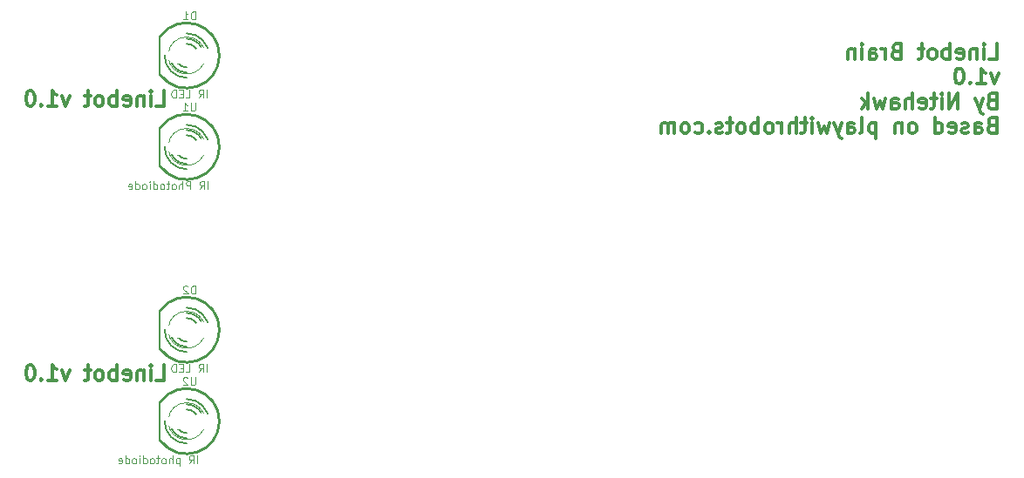
<source format=gbo>
G04 (created by PCBNEW (2013-07-07 BZR 4022)-stable) date 1/3/2014 7:24:35 AM*
%MOIN*%
G04 Gerber Fmt 3.4, Leading zero omitted, Abs format*
%FSLAX34Y34*%
G01*
G70*
G90*
G04 APERTURE LIST*
%ADD10C,0.00590551*%
%ADD11C,0.011811*%
%ADD12C,0.008*%
%ADD13C,0.003*%
%ADD14C,0.01*%
%ADD15C,0.006*%
%ADD16C,0.0035*%
%ADD17R,0.07X0.07*%
%ADD18C,0.07*%
%ADD19R,0.35X0.35*%
%ADD20C,0.055*%
%ADD21C,0.0882*%
%ADD22R,0.0882X0.0882*%
%ADD23C,0.066*%
%ADD24R,0.06X0.06*%
%ADD25C,0.06*%
G04 APERTURE END LIST*
G54D10*
G54D11*
X11234Y-22439D02*
X11515Y-22439D01*
X11515Y-21848D01*
X11037Y-22439D02*
X11037Y-22045D01*
X11037Y-21848D02*
X11065Y-21876D01*
X11037Y-21904D01*
X11009Y-21876D01*
X11037Y-21848D01*
X11037Y-21904D01*
X10756Y-22045D02*
X10756Y-22439D01*
X10756Y-22101D02*
X10727Y-22073D01*
X10671Y-22045D01*
X10587Y-22045D01*
X10531Y-22073D01*
X10502Y-22129D01*
X10502Y-22439D01*
X9996Y-22410D02*
X10052Y-22439D01*
X10165Y-22439D01*
X10221Y-22410D01*
X10249Y-22354D01*
X10249Y-22129D01*
X10221Y-22073D01*
X10165Y-22045D01*
X10052Y-22045D01*
X9996Y-22073D01*
X9968Y-22129D01*
X9968Y-22185D01*
X10249Y-22242D01*
X9715Y-22439D02*
X9715Y-21848D01*
X9715Y-22073D02*
X9659Y-22045D01*
X9546Y-22045D01*
X9490Y-22073D01*
X9462Y-22101D01*
X9434Y-22157D01*
X9434Y-22326D01*
X9462Y-22382D01*
X9490Y-22410D01*
X9546Y-22439D01*
X9659Y-22439D01*
X9715Y-22410D01*
X9096Y-22439D02*
X9153Y-22410D01*
X9181Y-22382D01*
X9209Y-22326D01*
X9209Y-22157D01*
X9181Y-22101D01*
X9153Y-22073D01*
X9096Y-22045D01*
X9012Y-22045D01*
X8956Y-22073D01*
X8928Y-22101D01*
X8899Y-22157D01*
X8899Y-22326D01*
X8928Y-22382D01*
X8956Y-22410D01*
X9012Y-22439D01*
X9096Y-22439D01*
X8731Y-22045D02*
X8506Y-22045D01*
X8646Y-21848D02*
X8646Y-22354D01*
X8618Y-22410D01*
X8562Y-22439D01*
X8506Y-22439D01*
X7915Y-22045D02*
X7775Y-22439D01*
X7634Y-22045D01*
X7100Y-22439D02*
X7437Y-22439D01*
X7268Y-22439D02*
X7268Y-21848D01*
X7325Y-21932D01*
X7381Y-21989D01*
X7437Y-22017D01*
X6847Y-22382D02*
X6819Y-22410D01*
X6847Y-22439D01*
X6875Y-22410D01*
X6847Y-22382D01*
X6847Y-22439D01*
X6453Y-21848D02*
X6397Y-21848D01*
X6340Y-21876D01*
X6312Y-21904D01*
X6284Y-21960D01*
X6256Y-22073D01*
X6256Y-22214D01*
X6284Y-22326D01*
X6312Y-22382D01*
X6340Y-22410D01*
X6397Y-22439D01*
X6453Y-22439D01*
X6509Y-22410D01*
X6537Y-22382D01*
X6565Y-22326D01*
X6594Y-22214D01*
X6594Y-22073D01*
X6565Y-21960D01*
X6537Y-21904D01*
X6509Y-21876D01*
X6453Y-21848D01*
X11234Y-11939D02*
X11515Y-11939D01*
X11515Y-11348D01*
X11037Y-11939D02*
X11037Y-11545D01*
X11037Y-11348D02*
X11065Y-11376D01*
X11037Y-11404D01*
X11009Y-11376D01*
X11037Y-11348D01*
X11037Y-11404D01*
X10756Y-11545D02*
X10756Y-11939D01*
X10756Y-11601D02*
X10727Y-11573D01*
X10671Y-11545D01*
X10587Y-11545D01*
X10531Y-11573D01*
X10502Y-11629D01*
X10502Y-11939D01*
X9996Y-11910D02*
X10052Y-11939D01*
X10165Y-11939D01*
X10221Y-11910D01*
X10249Y-11854D01*
X10249Y-11629D01*
X10221Y-11573D01*
X10165Y-11545D01*
X10052Y-11545D01*
X9996Y-11573D01*
X9968Y-11629D01*
X9968Y-11685D01*
X10249Y-11742D01*
X9715Y-11939D02*
X9715Y-11348D01*
X9715Y-11573D02*
X9659Y-11545D01*
X9546Y-11545D01*
X9490Y-11573D01*
X9462Y-11601D01*
X9434Y-11657D01*
X9434Y-11826D01*
X9462Y-11882D01*
X9490Y-11910D01*
X9546Y-11939D01*
X9659Y-11939D01*
X9715Y-11910D01*
X9096Y-11939D02*
X9153Y-11910D01*
X9181Y-11882D01*
X9209Y-11826D01*
X9209Y-11657D01*
X9181Y-11601D01*
X9153Y-11573D01*
X9096Y-11545D01*
X9012Y-11545D01*
X8956Y-11573D01*
X8928Y-11601D01*
X8899Y-11657D01*
X8899Y-11826D01*
X8928Y-11882D01*
X8956Y-11910D01*
X9012Y-11939D01*
X9096Y-11939D01*
X8731Y-11545D02*
X8506Y-11545D01*
X8646Y-11348D02*
X8646Y-11854D01*
X8618Y-11910D01*
X8562Y-11939D01*
X8506Y-11939D01*
X7915Y-11545D02*
X7775Y-11939D01*
X7634Y-11545D01*
X7100Y-11939D02*
X7437Y-11939D01*
X7268Y-11939D02*
X7268Y-11348D01*
X7325Y-11432D01*
X7381Y-11489D01*
X7437Y-11517D01*
X6847Y-11882D02*
X6819Y-11910D01*
X6847Y-11939D01*
X6875Y-11910D01*
X6847Y-11882D01*
X6847Y-11939D01*
X6453Y-11348D02*
X6397Y-11348D01*
X6340Y-11376D01*
X6312Y-11404D01*
X6284Y-11460D01*
X6256Y-11573D01*
X6256Y-11714D01*
X6284Y-11826D01*
X6312Y-11882D01*
X6340Y-11910D01*
X6397Y-11939D01*
X6453Y-11939D01*
X6509Y-11910D01*
X6537Y-11882D01*
X6565Y-11826D01*
X6594Y-11714D01*
X6594Y-11573D01*
X6565Y-11460D01*
X6537Y-11404D01*
X6509Y-11376D01*
X6453Y-11348D01*
X43078Y-10139D02*
X43359Y-10139D01*
X43359Y-9548D01*
X42881Y-10139D02*
X42881Y-9745D01*
X42881Y-9548D02*
X42909Y-9576D01*
X42881Y-9604D01*
X42853Y-9576D01*
X42881Y-9548D01*
X42881Y-9604D01*
X42600Y-9745D02*
X42600Y-10139D01*
X42600Y-9801D02*
X42571Y-9773D01*
X42515Y-9745D01*
X42431Y-9745D01*
X42375Y-9773D01*
X42347Y-9829D01*
X42347Y-10139D01*
X41840Y-10110D02*
X41897Y-10139D01*
X42009Y-10139D01*
X42065Y-10110D01*
X42093Y-10054D01*
X42093Y-9829D01*
X42065Y-9773D01*
X42009Y-9745D01*
X41897Y-9745D01*
X41840Y-9773D01*
X41812Y-9829D01*
X41812Y-9885D01*
X42093Y-9942D01*
X41559Y-10139D02*
X41559Y-9548D01*
X41559Y-9773D02*
X41503Y-9745D01*
X41390Y-9745D01*
X41334Y-9773D01*
X41306Y-9801D01*
X41278Y-9857D01*
X41278Y-10026D01*
X41306Y-10082D01*
X41334Y-10110D01*
X41390Y-10139D01*
X41503Y-10139D01*
X41559Y-10110D01*
X40940Y-10139D02*
X40997Y-10110D01*
X41025Y-10082D01*
X41053Y-10026D01*
X41053Y-9857D01*
X41025Y-9801D01*
X40997Y-9773D01*
X40940Y-9745D01*
X40856Y-9745D01*
X40800Y-9773D01*
X40772Y-9801D01*
X40744Y-9857D01*
X40744Y-10026D01*
X40772Y-10082D01*
X40800Y-10110D01*
X40856Y-10139D01*
X40940Y-10139D01*
X40575Y-9745D02*
X40350Y-9745D01*
X40491Y-9548D02*
X40491Y-10054D01*
X40462Y-10110D01*
X40406Y-10139D01*
X40350Y-10139D01*
X39506Y-9829D02*
X39422Y-9857D01*
X39394Y-9885D01*
X39366Y-9942D01*
X39366Y-10026D01*
X39394Y-10082D01*
X39422Y-10110D01*
X39478Y-10139D01*
X39703Y-10139D01*
X39703Y-9548D01*
X39506Y-9548D01*
X39450Y-9576D01*
X39422Y-9604D01*
X39394Y-9660D01*
X39394Y-9717D01*
X39422Y-9773D01*
X39450Y-9801D01*
X39506Y-9829D01*
X39703Y-9829D01*
X39113Y-10139D02*
X39113Y-9745D01*
X39113Y-9857D02*
X39084Y-9801D01*
X39056Y-9773D01*
X39000Y-9745D01*
X38944Y-9745D01*
X38494Y-10139D02*
X38494Y-9829D01*
X38522Y-9773D01*
X38578Y-9745D01*
X38691Y-9745D01*
X38747Y-9773D01*
X38494Y-10110D02*
X38550Y-10139D01*
X38691Y-10139D01*
X38747Y-10110D01*
X38775Y-10054D01*
X38775Y-9998D01*
X38747Y-9942D01*
X38691Y-9914D01*
X38550Y-9914D01*
X38494Y-9885D01*
X38213Y-10139D02*
X38213Y-9745D01*
X38213Y-9548D02*
X38241Y-9576D01*
X38213Y-9604D01*
X38185Y-9576D01*
X38213Y-9548D01*
X38213Y-9604D01*
X37931Y-9745D02*
X37931Y-10139D01*
X37931Y-9801D02*
X37903Y-9773D01*
X37847Y-9745D01*
X37763Y-9745D01*
X37706Y-9773D01*
X37678Y-9829D01*
X37678Y-10139D01*
X43415Y-10690D02*
X43275Y-11083D01*
X43134Y-10690D01*
X42600Y-11083D02*
X42937Y-11083D01*
X42768Y-11083D02*
X42768Y-10493D01*
X42825Y-10577D01*
X42881Y-10633D01*
X42937Y-10662D01*
X42347Y-11027D02*
X42318Y-11055D01*
X42347Y-11083D01*
X42375Y-11055D01*
X42347Y-11027D01*
X42347Y-11083D01*
X41953Y-10493D02*
X41897Y-10493D01*
X41840Y-10521D01*
X41812Y-10549D01*
X41784Y-10605D01*
X41756Y-10718D01*
X41756Y-10858D01*
X41784Y-10971D01*
X41812Y-11027D01*
X41840Y-11055D01*
X41897Y-11083D01*
X41953Y-11083D01*
X42009Y-11055D01*
X42037Y-11027D01*
X42065Y-10971D01*
X42093Y-10858D01*
X42093Y-10718D01*
X42065Y-10605D01*
X42037Y-10549D01*
X42009Y-10521D01*
X41953Y-10493D01*
X43162Y-11719D02*
X43078Y-11747D01*
X43050Y-11775D01*
X43021Y-11831D01*
X43021Y-11916D01*
X43050Y-11972D01*
X43078Y-12000D01*
X43134Y-12028D01*
X43359Y-12028D01*
X43359Y-11438D01*
X43162Y-11438D01*
X43106Y-11466D01*
X43078Y-11494D01*
X43050Y-11550D01*
X43050Y-11606D01*
X43078Y-11663D01*
X43106Y-11691D01*
X43162Y-11719D01*
X43359Y-11719D01*
X42825Y-11635D02*
X42684Y-12028D01*
X42543Y-11635D02*
X42684Y-12028D01*
X42740Y-12169D01*
X42768Y-12197D01*
X42825Y-12225D01*
X41868Y-12028D02*
X41868Y-11438D01*
X41531Y-12028D01*
X41531Y-11438D01*
X41250Y-12028D02*
X41250Y-11635D01*
X41250Y-11438D02*
X41278Y-11466D01*
X41250Y-11494D01*
X41222Y-11466D01*
X41250Y-11438D01*
X41250Y-11494D01*
X41053Y-11635D02*
X40828Y-11635D01*
X40969Y-11438D02*
X40969Y-11944D01*
X40940Y-12000D01*
X40884Y-12028D01*
X40828Y-12028D01*
X40406Y-12000D02*
X40462Y-12028D01*
X40575Y-12028D01*
X40631Y-12000D01*
X40659Y-11944D01*
X40659Y-11719D01*
X40631Y-11663D01*
X40575Y-11635D01*
X40462Y-11635D01*
X40406Y-11663D01*
X40378Y-11719D01*
X40378Y-11775D01*
X40659Y-11831D01*
X40125Y-12028D02*
X40125Y-11438D01*
X39872Y-12028D02*
X39872Y-11719D01*
X39900Y-11663D01*
X39956Y-11635D01*
X40041Y-11635D01*
X40097Y-11663D01*
X40125Y-11691D01*
X39338Y-12028D02*
X39338Y-11719D01*
X39366Y-11663D01*
X39422Y-11635D01*
X39534Y-11635D01*
X39591Y-11663D01*
X39338Y-12000D02*
X39394Y-12028D01*
X39534Y-12028D01*
X39591Y-12000D01*
X39619Y-11944D01*
X39619Y-11888D01*
X39591Y-11831D01*
X39534Y-11803D01*
X39394Y-11803D01*
X39338Y-11775D01*
X39113Y-11635D02*
X39000Y-12028D01*
X38888Y-11747D01*
X38775Y-12028D01*
X38663Y-11635D01*
X38438Y-12028D02*
X38438Y-11438D01*
X38381Y-11803D02*
X38213Y-12028D01*
X38213Y-11635D02*
X38438Y-11860D01*
X43162Y-12664D02*
X43078Y-12692D01*
X43050Y-12720D01*
X43021Y-12776D01*
X43021Y-12861D01*
X43050Y-12917D01*
X43078Y-12945D01*
X43134Y-12973D01*
X43359Y-12973D01*
X43359Y-12383D01*
X43162Y-12383D01*
X43106Y-12411D01*
X43078Y-12439D01*
X43050Y-12495D01*
X43050Y-12551D01*
X43078Y-12608D01*
X43106Y-12636D01*
X43162Y-12664D01*
X43359Y-12664D01*
X42515Y-12973D02*
X42515Y-12664D01*
X42543Y-12608D01*
X42600Y-12579D01*
X42712Y-12579D01*
X42768Y-12608D01*
X42515Y-12945D02*
X42571Y-12973D01*
X42712Y-12973D01*
X42768Y-12945D01*
X42796Y-12889D01*
X42796Y-12833D01*
X42768Y-12776D01*
X42712Y-12748D01*
X42571Y-12748D01*
X42515Y-12720D01*
X42262Y-12945D02*
X42206Y-12973D01*
X42093Y-12973D01*
X42037Y-12945D01*
X42009Y-12889D01*
X42009Y-12861D01*
X42037Y-12804D01*
X42093Y-12776D01*
X42178Y-12776D01*
X42234Y-12748D01*
X42262Y-12692D01*
X42262Y-12664D01*
X42234Y-12608D01*
X42178Y-12579D01*
X42093Y-12579D01*
X42037Y-12608D01*
X41531Y-12945D02*
X41587Y-12973D01*
X41700Y-12973D01*
X41756Y-12945D01*
X41784Y-12889D01*
X41784Y-12664D01*
X41756Y-12608D01*
X41700Y-12579D01*
X41587Y-12579D01*
X41531Y-12608D01*
X41503Y-12664D01*
X41503Y-12720D01*
X41784Y-12776D01*
X40997Y-12973D02*
X40997Y-12383D01*
X40997Y-12945D02*
X41053Y-12973D01*
X41165Y-12973D01*
X41222Y-12945D01*
X41250Y-12917D01*
X41278Y-12861D01*
X41278Y-12692D01*
X41250Y-12636D01*
X41222Y-12608D01*
X41165Y-12579D01*
X41053Y-12579D01*
X40997Y-12608D01*
X40181Y-12973D02*
X40237Y-12945D01*
X40266Y-12917D01*
X40294Y-12861D01*
X40294Y-12692D01*
X40266Y-12636D01*
X40237Y-12608D01*
X40181Y-12579D01*
X40097Y-12579D01*
X40041Y-12608D01*
X40012Y-12636D01*
X39984Y-12692D01*
X39984Y-12861D01*
X40012Y-12917D01*
X40041Y-12945D01*
X40097Y-12973D01*
X40181Y-12973D01*
X39731Y-12579D02*
X39731Y-12973D01*
X39731Y-12636D02*
X39703Y-12608D01*
X39647Y-12579D01*
X39562Y-12579D01*
X39506Y-12608D01*
X39478Y-12664D01*
X39478Y-12973D01*
X38747Y-12579D02*
X38747Y-13170D01*
X38747Y-12608D02*
X38691Y-12579D01*
X38578Y-12579D01*
X38522Y-12608D01*
X38494Y-12636D01*
X38466Y-12692D01*
X38466Y-12861D01*
X38494Y-12917D01*
X38522Y-12945D01*
X38578Y-12973D01*
X38691Y-12973D01*
X38747Y-12945D01*
X38128Y-12973D02*
X38185Y-12945D01*
X38213Y-12889D01*
X38213Y-12383D01*
X37650Y-12973D02*
X37650Y-12664D01*
X37678Y-12608D01*
X37735Y-12579D01*
X37847Y-12579D01*
X37903Y-12608D01*
X37650Y-12945D02*
X37706Y-12973D01*
X37847Y-12973D01*
X37903Y-12945D01*
X37931Y-12889D01*
X37931Y-12833D01*
X37903Y-12776D01*
X37847Y-12748D01*
X37706Y-12748D01*
X37650Y-12720D01*
X37425Y-12579D02*
X37285Y-12973D01*
X37144Y-12579D02*
X37285Y-12973D01*
X37341Y-13114D01*
X37369Y-13142D01*
X37425Y-13170D01*
X36975Y-12579D02*
X36863Y-12973D01*
X36750Y-12692D01*
X36638Y-12973D01*
X36525Y-12579D01*
X36300Y-12973D02*
X36300Y-12579D01*
X36300Y-12383D02*
X36329Y-12411D01*
X36300Y-12439D01*
X36272Y-12411D01*
X36300Y-12383D01*
X36300Y-12439D01*
X36104Y-12579D02*
X35879Y-12579D01*
X36019Y-12383D02*
X36019Y-12889D01*
X35991Y-12945D01*
X35935Y-12973D01*
X35879Y-12973D01*
X35682Y-12973D02*
X35682Y-12383D01*
X35429Y-12973D02*
X35429Y-12664D01*
X35457Y-12608D01*
X35513Y-12579D01*
X35597Y-12579D01*
X35654Y-12608D01*
X35682Y-12636D01*
X35147Y-12973D02*
X35147Y-12579D01*
X35147Y-12692D02*
X35119Y-12636D01*
X35091Y-12608D01*
X35035Y-12579D01*
X34979Y-12579D01*
X34697Y-12973D02*
X34754Y-12945D01*
X34782Y-12917D01*
X34810Y-12861D01*
X34810Y-12692D01*
X34782Y-12636D01*
X34754Y-12608D01*
X34697Y-12579D01*
X34613Y-12579D01*
X34557Y-12608D01*
X34529Y-12636D01*
X34501Y-12692D01*
X34501Y-12861D01*
X34529Y-12917D01*
X34557Y-12945D01*
X34613Y-12973D01*
X34697Y-12973D01*
X34248Y-12973D02*
X34248Y-12383D01*
X34248Y-12608D02*
X34191Y-12579D01*
X34079Y-12579D01*
X34023Y-12608D01*
X33994Y-12636D01*
X33966Y-12692D01*
X33966Y-12861D01*
X33994Y-12917D01*
X34023Y-12945D01*
X34079Y-12973D01*
X34191Y-12973D01*
X34248Y-12945D01*
X33629Y-12973D02*
X33685Y-12945D01*
X33713Y-12917D01*
X33741Y-12861D01*
X33741Y-12692D01*
X33713Y-12636D01*
X33685Y-12608D01*
X33629Y-12579D01*
X33544Y-12579D01*
X33488Y-12608D01*
X33460Y-12636D01*
X33432Y-12692D01*
X33432Y-12861D01*
X33460Y-12917D01*
X33488Y-12945D01*
X33544Y-12973D01*
X33629Y-12973D01*
X33263Y-12579D02*
X33038Y-12579D01*
X33179Y-12383D02*
X33179Y-12889D01*
X33151Y-12945D01*
X33095Y-12973D01*
X33038Y-12973D01*
X32870Y-12945D02*
X32813Y-12973D01*
X32701Y-12973D01*
X32645Y-12945D01*
X32616Y-12889D01*
X32616Y-12861D01*
X32645Y-12804D01*
X32701Y-12776D01*
X32785Y-12776D01*
X32841Y-12748D01*
X32870Y-12692D01*
X32870Y-12664D01*
X32841Y-12608D01*
X32785Y-12579D01*
X32701Y-12579D01*
X32645Y-12608D01*
X32363Y-12917D02*
X32335Y-12945D01*
X32363Y-12973D01*
X32392Y-12945D01*
X32363Y-12917D01*
X32363Y-12973D01*
X31829Y-12945D02*
X31885Y-12973D01*
X31998Y-12973D01*
X32054Y-12945D01*
X32082Y-12917D01*
X32110Y-12861D01*
X32110Y-12692D01*
X32082Y-12636D01*
X32054Y-12608D01*
X31998Y-12579D01*
X31885Y-12579D01*
X31829Y-12608D01*
X31492Y-12973D02*
X31548Y-12945D01*
X31576Y-12917D01*
X31604Y-12861D01*
X31604Y-12692D01*
X31576Y-12636D01*
X31548Y-12608D01*
X31492Y-12579D01*
X31407Y-12579D01*
X31351Y-12608D01*
X31323Y-12636D01*
X31295Y-12692D01*
X31295Y-12861D01*
X31323Y-12917D01*
X31351Y-12945D01*
X31407Y-12973D01*
X31492Y-12973D01*
X31042Y-12973D02*
X31042Y-12579D01*
X31042Y-12636D02*
X31014Y-12608D01*
X30957Y-12579D01*
X30873Y-12579D01*
X30817Y-12608D01*
X30789Y-12664D01*
X30789Y-12973D01*
X30789Y-12664D02*
X30760Y-12608D01*
X30704Y-12579D01*
X30620Y-12579D01*
X30564Y-12608D01*
X30535Y-12664D01*
X30535Y-12973D01*
G54D12*
X11380Y-24750D02*
X11380Y-23250D01*
G54D13*
X13107Y-24000D02*
G75*
G03X13107Y-24000I-707J0D01*
G74*
G01*
G54D14*
X11400Y-23249D02*
G75*
G02X11400Y-24750I999J-750D01*
G74*
G01*
G54D15*
X12400Y-23550D02*
G75*
G02X12850Y-24000I0J-450D01*
G74*
G01*
X12400Y-24450D02*
G75*
G02X11950Y-24000I0J450D01*
G74*
G01*
X12400Y-23350D02*
G75*
G02X13050Y-24000I0J-650D01*
G74*
G01*
X12400Y-24650D02*
G75*
G02X11750Y-24000I0J650D01*
G74*
G01*
X12400Y-23150D02*
G75*
G02X13250Y-24000I0J-850D01*
G74*
G01*
X12400Y-24850D02*
G75*
G02X11550Y-24000I0J850D01*
G74*
G01*
G54D12*
X11380Y-10750D02*
X11380Y-9250D01*
G54D13*
X13107Y-10000D02*
G75*
G03X13107Y-10000I-707J0D01*
G74*
G01*
G54D14*
X11400Y-9249D02*
G75*
G02X11400Y-10750I999J-750D01*
G74*
G01*
G54D15*
X12400Y-9550D02*
G75*
G02X12850Y-10000I0J-450D01*
G74*
G01*
X12400Y-10450D02*
G75*
G02X11950Y-10000I0J450D01*
G74*
G01*
X12400Y-9350D02*
G75*
G02X13050Y-10000I0J-650D01*
G74*
G01*
X12400Y-10650D02*
G75*
G02X11750Y-10000I0J650D01*
G74*
G01*
X12400Y-9150D02*
G75*
G02X13250Y-10000I0J-850D01*
G74*
G01*
X12400Y-10850D02*
G75*
G02X11550Y-10000I0J850D01*
G74*
G01*
G54D12*
X11380Y-21250D02*
X11380Y-19750D01*
G54D13*
X13107Y-20500D02*
G75*
G03X13107Y-20500I-707J0D01*
G74*
G01*
G54D14*
X11400Y-19749D02*
G75*
G02X11400Y-21250I999J-750D01*
G74*
G01*
G54D15*
X12400Y-20050D02*
G75*
G02X12850Y-20500I0J-450D01*
G74*
G01*
X12400Y-20950D02*
G75*
G02X11950Y-20500I0J450D01*
G74*
G01*
X12400Y-19850D02*
G75*
G02X13050Y-20500I0J-650D01*
G74*
G01*
X12400Y-21150D02*
G75*
G02X11750Y-20500I0J650D01*
G74*
G01*
X12400Y-19650D02*
G75*
G02X13250Y-20500I0J-850D01*
G74*
G01*
X12400Y-21350D02*
G75*
G02X11550Y-20500I0J850D01*
G74*
G01*
G54D12*
X11380Y-14250D02*
X11380Y-12750D01*
G54D13*
X13107Y-13500D02*
G75*
G03X13107Y-13500I-707J0D01*
G74*
G01*
G54D14*
X11400Y-12749D02*
G75*
G02X11400Y-14250I999J-750D01*
G74*
G01*
G54D15*
X12400Y-13050D02*
G75*
G02X12850Y-13500I0J-450D01*
G74*
G01*
X12400Y-13950D02*
G75*
G02X11950Y-13500I0J450D01*
G74*
G01*
X12400Y-12850D02*
G75*
G02X13050Y-13500I0J-650D01*
G74*
G01*
X12400Y-14150D02*
G75*
G02X11750Y-13500I0J650D01*
G74*
G01*
X12400Y-12650D02*
G75*
G02X13250Y-13500I0J-850D01*
G74*
G01*
X12400Y-14350D02*
G75*
G02X11550Y-13500I0J850D01*
G74*
G01*
G54D16*
X12728Y-22321D02*
X12728Y-22564D01*
X12714Y-22592D01*
X12700Y-22607D01*
X12671Y-22621D01*
X12614Y-22621D01*
X12585Y-22607D01*
X12571Y-22592D01*
X12557Y-22564D01*
X12557Y-22321D01*
X12428Y-22350D02*
X12414Y-22335D01*
X12385Y-22321D01*
X12314Y-22321D01*
X12285Y-22335D01*
X12271Y-22350D01*
X12257Y-22378D01*
X12257Y-22407D01*
X12271Y-22450D01*
X12442Y-22621D01*
X12257Y-22621D01*
X12800Y-25621D02*
X12800Y-25321D01*
X12485Y-25621D02*
X12585Y-25478D01*
X12657Y-25621D02*
X12657Y-25321D01*
X12542Y-25321D01*
X12514Y-25335D01*
X12500Y-25350D01*
X12485Y-25378D01*
X12485Y-25421D01*
X12500Y-25450D01*
X12514Y-25464D01*
X12542Y-25478D01*
X12657Y-25478D01*
X12128Y-25421D02*
X12128Y-25721D01*
X12128Y-25435D02*
X12100Y-25421D01*
X12042Y-25421D01*
X12014Y-25435D01*
X12000Y-25450D01*
X11985Y-25478D01*
X11985Y-25564D01*
X12000Y-25592D01*
X12014Y-25607D01*
X12042Y-25621D01*
X12100Y-25621D01*
X12128Y-25607D01*
X11857Y-25621D02*
X11857Y-25321D01*
X11728Y-25621D02*
X11728Y-25464D01*
X11742Y-25435D01*
X11771Y-25421D01*
X11814Y-25421D01*
X11842Y-25435D01*
X11857Y-25450D01*
X11542Y-25621D02*
X11571Y-25607D01*
X11585Y-25592D01*
X11600Y-25564D01*
X11600Y-25478D01*
X11585Y-25450D01*
X11571Y-25435D01*
X11542Y-25421D01*
X11500Y-25421D01*
X11471Y-25435D01*
X11457Y-25450D01*
X11442Y-25478D01*
X11442Y-25564D01*
X11457Y-25592D01*
X11471Y-25607D01*
X11500Y-25621D01*
X11542Y-25621D01*
X11357Y-25421D02*
X11242Y-25421D01*
X11314Y-25321D02*
X11314Y-25578D01*
X11300Y-25607D01*
X11271Y-25621D01*
X11242Y-25621D01*
X11100Y-25621D02*
X11128Y-25607D01*
X11142Y-25592D01*
X11157Y-25564D01*
X11157Y-25478D01*
X11142Y-25450D01*
X11128Y-25435D01*
X11100Y-25421D01*
X11057Y-25421D01*
X11028Y-25435D01*
X11014Y-25450D01*
X11000Y-25478D01*
X11000Y-25564D01*
X11014Y-25592D01*
X11028Y-25607D01*
X11057Y-25621D01*
X11100Y-25621D01*
X10742Y-25621D02*
X10742Y-25321D01*
X10742Y-25607D02*
X10771Y-25621D01*
X10828Y-25621D01*
X10857Y-25607D01*
X10871Y-25592D01*
X10885Y-25564D01*
X10885Y-25478D01*
X10871Y-25450D01*
X10857Y-25435D01*
X10828Y-25421D01*
X10771Y-25421D01*
X10742Y-25435D01*
X10599Y-25621D02*
X10599Y-25421D01*
X10599Y-25321D02*
X10614Y-25335D01*
X10599Y-25350D01*
X10585Y-25335D01*
X10599Y-25321D01*
X10599Y-25350D01*
X10414Y-25621D02*
X10442Y-25607D01*
X10457Y-25592D01*
X10471Y-25564D01*
X10471Y-25478D01*
X10457Y-25450D01*
X10442Y-25435D01*
X10414Y-25421D01*
X10371Y-25421D01*
X10342Y-25435D01*
X10328Y-25450D01*
X10314Y-25478D01*
X10314Y-25564D01*
X10328Y-25592D01*
X10342Y-25607D01*
X10371Y-25621D01*
X10414Y-25621D01*
X10057Y-25621D02*
X10057Y-25321D01*
X10057Y-25607D02*
X10085Y-25621D01*
X10142Y-25621D01*
X10171Y-25607D01*
X10185Y-25592D01*
X10199Y-25564D01*
X10199Y-25478D01*
X10185Y-25450D01*
X10171Y-25435D01*
X10142Y-25421D01*
X10085Y-25421D01*
X10057Y-25435D01*
X9799Y-25607D02*
X9828Y-25621D01*
X9885Y-25621D01*
X9914Y-25607D01*
X9928Y-25578D01*
X9928Y-25464D01*
X9914Y-25435D01*
X9885Y-25421D01*
X9828Y-25421D01*
X9799Y-25435D01*
X9785Y-25464D01*
X9785Y-25492D01*
X9928Y-25521D01*
X12721Y-8621D02*
X12721Y-8321D01*
X12650Y-8321D01*
X12607Y-8335D01*
X12578Y-8364D01*
X12564Y-8392D01*
X12550Y-8450D01*
X12550Y-8492D01*
X12564Y-8550D01*
X12578Y-8578D01*
X12607Y-8607D01*
X12650Y-8621D01*
X12721Y-8621D01*
X12264Y-8621D02*
X12435Y-8621D01*
X12350Y-8621D02*
X12350Y-8321D01*
X12378Y-8364D01*
X12407Y-8392D01*
X12435Y-8407D01*
X13171Y-11621D02*
X13171Y-11321D01*
X12857Y-11621D02*
X12957Y-11478D01*
X13028Y-11621D02*
X13028Y-11321D01*
X12914Y-11321D01*
X12885Y-11335D01*
X12871Y-11350D01*
X12857Y-11378D01*
X12857Y-11421D01*
X12871Y-11450D01*
X12885Y-11464D01*
X12914Y-11478D01*
X13028Y-11478D01*
X12357Y-11621D02*
X12500Y-11621D01*
X12500Y-11321D01*
X12257Y-11464D02*
X12157Y-11464D01*
X12114Y-11621D02*
X12257Y-11621D01*
X12257Y-11321D01*
X12114Y-11321D01*
X11985Y-11621D02*
X11985Y-11321D01*
X11914Y-11321D01*
X11871Y-11335D01*
X11842Y-11364D01*
X11828Y-11392D01*
X11814Y-11450D01*
X11814Y-11492D01*
X11828Y-11550D01*
X11842Y-11578D01*
X11871Y-11607D01*
X11914Y-11621D01*
X11985Y-11621D01*
X12721Y-19121D02*
X12721Y-18821D01*
X12650Y-18821D01*
X12607Y-18835D01*
X12578Y-18864D01*
X12564Y-18892D01*
X12550Y-18950D01*
X12550Y-18992D01*
X12564Y-19050D01*
X12578Y-19078D01*
X12607Y-19107D01*
X12650Y-19121D01*
X12721Y-19121D01*
X12435Y-18850D02*
X12421Y-18835D01*
X12392Y-18821D01*
X12321Y-18821D01*
X12292Y-18835D01*
X12278Y-18850D01*
X12264Y-18878D01*
X12264Y-18907D01*
X12278Y-18950D01*
X12450Y-19121D01*
X12264Y-19121D01*
X13171Y-22121D02*
X13171Y-21821D01*
X12857Y-22121D02*
X12957Y-21978D01*
X13028Y-22121D02*
X13028Y-21821D01*
X12914Y-21821D01*
X12885Y-21835D01*
X12871Y-21850D01*
X12857Y-21878D01*
X12857Y-21921D01*
X12871Y-21950D01*
X12885Y-21964D01*
X12914Y-21978D01*
X13028Y-21978D01*
X12357Y-22121D02*
X12500Y-22121D01*
X12500Y-21821D01*
X12257Y-21964D02*
X12157Y-21964D01*
X12114Y-22121D02*
X12257Y-22121D01*
X12257Y-21821D01*
X12114Y-21821D01*
X11985Y-22121D02*
X11985Y-21821D01*
X11914Y-21821D01*
X11871Y-21835D01*
X11842Y-21864D01*
X11828Y-21892D01*
X11814Y-21950D01*
X11814Y-21992D01*
X11828Y-22050D01*
X11842Y-22078D01*
X11871Y-22107D01*
X11914Y-22121D01*
X11985Y-22121D01*
X12728Y-11821D02*
X12728Y-12064D01*
X12714Y-12092D01*
X12700Y-12107D01*
X12671Y-12121D01*
X12614Y-12121D01*
X12585Y-12107D01*
X12571Y-12092D01*
X12557Y-12064D01*
X12557Y-11821D01*
X12257Y-12121D02*
X12428Y-12121D01*
X12342Y-12121D02*
X12342Y-11821D01*
X12371Y-11864D01*
X12400Y-11892D01*
X12428Y-11907D01*
X13214Y-15121D02*
X13214Y-14821D01*
X12900Y-15121D02*
X13000Y-14978D01*
X13071Y-15121D02*
X13071Y-14821D01*
X12957Y-14821D01*
X12928Y-14835D01*
X12914Y-14850D01*
X12900Y-14878D01*
X12900Y-14921D01*
X12914Y-14950D01*
X12928Y-14964D01*
X12957Y-14978D01*
X13071Y-14978D01*
X12542Y-15121D02*
X12542Y-14821D01*
X12428Y-14821D01*
X12400Y-14835D01*
X12385Y-14850D01*
X12371Y-14878D01*
X12371Y-14921D01*
X12385Y-14950D01*
X12400Y-14964D01*
X12428Y-14978D01*
X12542Y-14978D01*
X12242Y-15121D02*
X12242Y-14821D01*
X12114Y-15121D02*
X12114Y-14964D01*
X12128Y-14935D01*
X12157Y-14921D01*
X12200Y-14921D01*
X12228Y-14935D01*
X12242Y-14950D01*
X11928Y-15121D02*
X11957Y-15107D01*
X11971Y-15092D01*
X11985Y-15064D01*
X11985Y-14978D01*
X11971Y-14950D01*
X11957Y-14935D01*
X11928Y-14921D01*
X11885Y-14921D01*
X11857Y-14935D01*
X11842Y-14950D01*
X11828Y-14978D01*
X11828Y-15064D01*
X11842Y-15092D01*
X11857Y-15107D01*
X11885Y-15121D01*
X11928Y-15121D01*
X11742Y-14921D02*
X11628Y-14921D01*
X11700Y-14821D02*
X11700Y-15078D01*
X11685Y-15107D01*
X11657Y-15121D01*
X11628Y-15121D01*
X11485Y-15121D02*
X11514Y-15107D01*
X11528Y-15092D01*
X11542Y-15064D01*
X11542Y-14978D01*
X11528Y-14950D01*
X11514Y-14935D01*
X11485Y-14921D01*
X11442Y-14921D01*
X11414Y-14935D01*
X11400Y-14950D01*
X11385Y-14978D01*
X11385Y-15064D01*
X11400Y-15092D01*
X11414Y-15107D01*
X11442Y-15121D01*
X11485Y-15121D01*
X11128Y-15121D02*
X11128Y-14821D01*
X11128Y-15107D02*
X11157Y-15121D01*
X11214Y-15121D01*
X11242Y-15107D01*
X11257Y-15092D01*
X11271Y-15064D01*
X11271Y-14978D01*
X11257Y-14950D01*
X11242Y-14935D01*
X11214Y-14921D01*
X11157Y-14921D01*
X11128Y-14935D01*
X10985Y-15121D02*
X10985Y-14921D01*
X10985Y-14821D02*
X10999Y-14835D01*
X10985Y-14850D01*
X10971Y-14835D01*
X10985Y-14821D01*
X10985Y-14850D01*
X10799Y-15121D02*
X10828Y-15107D01*
X10842Y-15092D01*
X10857Y-15064D01*
X10857Y-14978D01*
X10842Y-14950D01*
X10828Y-14935D01*
X10799Y-14921D01*
X10757Y-14921D01*
X10728Y-14935D01*
X10714Y-14950D01*
X10699Y-14978D01*
X10699Y-15064D01*
X10714Y-15092D01*
X10728Y-15107D01*
X10757Y-15121D01*
X10799Y-15121D01*
X10442Y-15121D02*
X10442Y-14821D01*
X10442Y-15107D02*
X10471Y-15121D01*
X10528Y-15121D01*
X10557Y-15107D01*
X10571Y-15092D01*
X10585Y-15064D01*
X10585Y-14978D01*
X10571Y-14950D01*
X10557Y-14935D01*
X10528Y-14921D01*
X10471Y-14921D01*
X10442Y-14935D01*
X10185Y-15107D02*
X10214Y-15121D01*
X10271Y-15121D01*
X10299Y-15107D01*
X10314Y-15078D01*
X10314Y-14964D01*
X10299Y-14935D01*
X10271Y-14921D01*
X10214Y-14921D01*
X10185Y-14935D01*
X10171Y-14964D01*
X10171Y-14992D01*
X10314Y-15021D01*
%LPC*%
G54D17*
X35000Y-21200D03*
G54D18*
X35000Y-19200D03*
X35000Y-20200D03*
G54D19*
X41500Y-20200D03*
G54D17*
X25300Y-19300D03*
G54D18*
X25300Y-21300D03*
X25300Y-20300D03*
G54D19*
X18800Y-20300D03*
G54D20*
X10500Y-15500D03*
X10500Y-12500D03*
X10500Y-8000D03*
X10500Y-11000D03*
X10500Y-26000D03*
X10500Y-23000D03*
X10500Y-18500D03*
X10500Y-21500D03*
G54D21*
X36500Y-11200D03*
G54D22*
X35500Y-15200D03*
G54D21*
X37500Y-15200D03*
X22500Y-11300D03*
G54D22*
X21500Y-15300D03*
G54D21*
X23500Y-15300D03*
G54D19*
X31950Y-15150D03*
G54D18*
X25450Y-14150D03*
G54D17*
X25450Y-15150D03*
G54D18*
X25450Y-16150D03*
G54D23*
X13000Y-24000D03*
X12000Y-24000D03*
X13000Y-10000D03*
X12000Y-10000D03*
X13000Y-20500D03*
X12000Y-20500D03*
X13000Y-13500D03*
X12000Y-13500D03*
G54D24*
X19500Y-17100D03*
G54D25*
X23500Y-17100D03*
G54D24*
X39500Y-17200D03*
G54D25*
X35500Y-17200D03*
G54D18*
X29100Y-11200D03*
X26100Y-11200D03*
M02*

</source>
